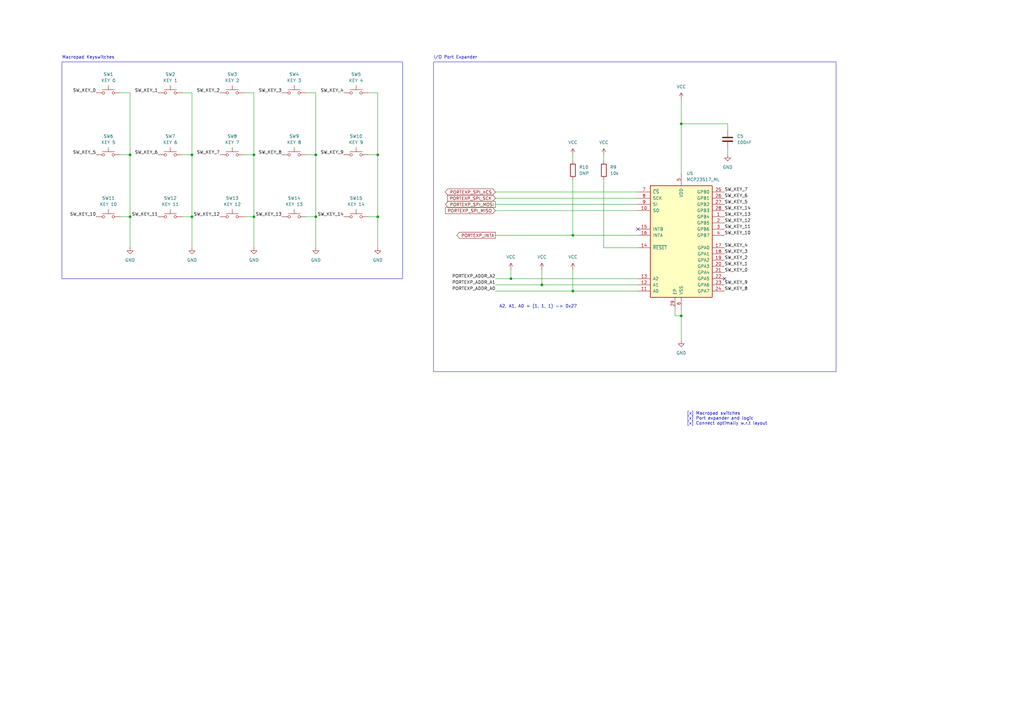
<source format=kicad_sch>
(kicad_sch (version 20250114) (generator "eeschema") (generator_version "9.0")
  (paper "A3")
  (lib_symbols
    (symbol "Device:C" (pin_numbers (hide yes)) (pin_names (offset 0.254))
      (property "Reference" "C" (at 0.635 2.54 0))
      (property "Value" "C" (at 0.635 -2.54 0))
      (symbol "C_0_1"
        (polyline (pts (xy -2.032 0.762) (xy 2.032 0.762)) (stroke (width 0.508)))
        (polyline (pts (xy -2.032 -0.762) (xy 2.032 -0.762)) (stroke (width 0.508)))
      )
      (symbol "C_1_1"
        (pin passive line (at 0 3.81 270) (length 2.794) (name "~") (number "1"))
        (pin passive line (at 0 -3.81 90) (length 2.794) (name "~") (number "2"))
      )
    )
    (symbol "Device:R" (pin_numbers (hide yes)) (pin_names (offset 0))
      (property "Reference" "R" (at 2.032 0 90))
      (property "Value" "R" (at 0 0 90))
      (symbol "R_0_1"
        (rectangle (start -1.016 -2.54) (end 1.016 2.54) (stroke (width 0.254)))
      )
      (symbol "R_1_1"
        (pin passive line (at 0 3.81 270) (length 1.27) (name "~") (number "1"))
        (pin passive line (at 0 -3.81 90) (length 1.27) (name "~") (number "2"))
      )
    )
    (symbol "Interface_Expansion:MCP23S17_ML" (pin_names (offset 1.016))
      (property "Reference" "U" (at -11.43 24.13 0))
      (property "Value" "MCP23S17_ML" (at 0 0 0))
      (symbol "MCP23S17_ML_0_1"
        (rectangle (start -12.7 22.86) (end 12.7 -22.86) (stroke (width 0.254)) (fill (type background)))
      )
      (symbol "MCP23S17_ML_1_1"
        (pin input line (at -17.78 20.32 0) (length 5.08) (name "~{CS}") (number "7"))
        (pin input line (at -17.78 17.78 0) (length 5.08) (name "SCK") (number "8"))
        (pin input line (at -17.78 15.24 0) (length 5.08) (name "SI") (number "9"))
        (pin output line (at -17.78 12.7 0) (length 5.08) (name "SO") (number "10"))
        (pin tri_state line (at -17.78 5.08 0) (length 5.08) (name "INTB") (number "15"))
        (pin tri_state line (at -17.78 2.54 0) (length 5.08) (name "INTA") (number "16"))
        (pin input line (at -17.78 -2.54 0) (length 5.08) (name "~{RESET}") (number "14"))
        (pin input line (at -17.78 -15.24 0) (length 5.08) (name "A2") (number "13"))
        (pin input line (at -17.78 -17.78 0) (length 5.08) (name "A1") (number "12"))
        (pin input line (at -17.78 -20.32 0) (length 5.08) (name "A0") (number "11"))
        (pin passive line (at -2.54 -27.94 90) (length 5.08) (name "EP") (number "29"))
        (pin power_in line (at 0 27.94 270) (length 5.08) (name "VDD") (number "5"))
        (pin power_in line (at 0 -27.94 90) (length 5.08) (name "VSS") (number "6"))
        (pin bidirectional line (at 17.78 20.32 180) (length 5.08) (name "GPB0") (number "25"))
        (pin bidirectional line (at 17.78 17.78 180) (length 5.08) (name "GPB1") (number "26"))
        (pin bidirectional line (at 17.78 15.24 180) (length 5.08) (name "GPB2") (number "27"))
        (pin bidirectional line (at 17.78 12.7 180) (length 5.08) (name "GPB3") (number "28"))
        (pin bidirectional line (at 17.78 10.16 180) (length 5.08) (name "GPB4") (number "1"))
        (pin bidirectional line (at 17.78 7.62 180) (length 5.08) (name "GPB5") (number "2"))
        (pin bidirectional line (at 17.78 5.08 180) (length 5.08) (name "GPB6") (number "3"))
        (pin bidirectional line (at 17.78 2.54 180) (length 5.08) (name "GPB7") (number "4"))
        (pin bidirectional line (at 17.78 -2.54 180) (length 5.08) (name "GPA0") (number "17"))
        (pin bidirectional line (at 17.78 -5.08 180) (length 5.08) (name "GPA1") (number "18"))
        (pin bidirectional line (at 17.78 -7.62 180) (length 5.08) (name "GPA2") (number "19"))
        (pin bidirectional line (at 17.78 -10.16 180) (length 5.08) (name "GPA3") (number "20"))
        (pin bidirectional line (at 17.78 -12.7 180) (length 5.08) (name "GPA4") (number "21"))
        (pin bidirectional line (at 17.78 -15.24 180) (length 5.08) (name "GPA5") (number "22"))
        (pin bidirectional line (at 17.78 -17.78 180) (length 5.08) (name "GPA6") (number "23"))
        (pin bidirectional line (at 17.78 -20.32 180) (length 5.08) (name "GPA7") (number "24"))
      )
    )
    (symbol "Switch:SW_Push" (pin_numbers (hide yes)) (pin_names (offset 1.016) (hide yes))
      (property "Reference" "SW" (at 1.27 2.54 0))
      (property "Value" "SW_Push" (at 0 -1.524 0))
      (symbol "SW_Push_0_1"
        (circle (center -2.032 0) (radius 0.508))
        (polyline (pts (xy 0 1.27) (xy 0 3.048)))
        (circle (center 2.032 0) (radius 0.508))
        (polyline (pts (xy 2.54 1.27) (xy -2.54 1.27)))
        (pin passive line (at -5.08 0 0) (length 2.54) (name "1") (number "1"))
        (pin passive line (at 5.08 0 180) (length 2.54) (name "2") (number "2"))
      )
    )
    (symbol "power:GND" (power) (pin_numbers (hide yes)) (pin_names (offset 0) (hide yes))
      (property "Value" "GND" (at 0 -3.81 0))
      (symbol "GND_0_1"
        (polyline (pts (xy 0 0) (xy 0 -1.27) (xy 1.27 -1.27) (xy 0 -2.54) (xy -1.27 -1.27) (xy 0 -1.27)))
      )
      (symbol "GND_1_1"
        (pin power_in line (at 0 0 270) (length 0) (name "~") (number "1"))
      )
    )
    (symbol "power:VCC" (power) (pin_numbers (hide yes)) (pin_names (offset 0) (hide yes))
      (property "Value" "VCC" (at 0 3.556 0))
      (symbol "VCC_0_1"
        (polyline (pts (xy -0.762 1.27) (xy 0 2.54)))
        (polyline (pts (xy 0 2.54) (xy 0.762 1.27)))
        (polyline (pts (xy 0 0) (xy 0 2.54)))
      )
      (symbol "VCC_1_1"
        (pin power_in line (at 0 0 90) (length 0) (name "~") (number "1"))
      )
    )
  )
  (rectangle (start 177.8 25.4) (end 342.9 152.4))
  (rectangle (start 25.4 25.4) (end 165.1 114.3))
  (text "Macropad Keyswitches" (at 25.4 22.86 0) (effects (font (size 1.27 1.27)) (justify left top)))
  (text "I/O Port Expander" (at 177.8 22.86 0) (effects (font (size 1.27 1.27)) (justify left top)))
  (text "A2, A1, A0 = (1, 1, 1) -> 0x27" (at 220.726 125.73 0) (effects (font (size 1.27 1.27))))
  (text "[x] Macropad switches \n[x] Port expander and logic\n[x] Connect optimally w.r.t layout" (at 281.686 168.91 0) (effects (font (size 1.27 1.27)) (justify left top)))
  (junction (at 53.34 63.5))
  (junction (at 222.25 116.84))
  (junction (at 154.94 88.9))
  (junction (at 234.95 119.38))
  (junction (at 234.95 96.52))
  (junction (at 129.54 88.9))
  (junction (at 53.34 88.9))
  (junction (at 209.55 114.3))
  (junction (at 104.14 63.5))
  (junction (at 279.4 129.54))
  (junction (at 154.94 63.5))
  (junction (at 279.4 50.8))
  (junction (at 129.54 63.5))
  (junction (at 104.14 88.9))
  (junction (at 78.74 63.5))
  (junction (at 78.74 88.9))
  (no_connect (at 261.62 93.98))
  (no_connect (at 297.18 114.3))
  (wire (pts (xy 209.55 114.3) (xy 261.62 114.3)))
  (wire (pts (xy 53.34 38.1) (xy 53.34 63.5)))
  (wire (pts (xy 276.86 127) (xy 276.86 129.54)))
  (wire (pts (xy 53.34 63.5) (xy 53.34 88.9)))
  (wire (pts (xy 125.73 63.5) (xy 129.54 63.5)))
  (wire (pts (xy 129.54 88.9) (xy 129.54 101.6)))
  (wire (pts (xy 49.53 38.1) (xy 53.34 38.1)))
  (wire (pts (xy 154.94 38.1) (xy 154.94 63.5)))
  (wire (pts (xy 125.73 88.9) (xy 129.54 88.9)))
  (wire (pts (xy 298.45 50.8) (xy 298.45 53.34)))
  (wire (pts (xy 78.74 88.9) (xy 78.74 101.6)))
  (wire (pts (xy 234.95 119.38) (xy 261.62 119.38)))
  (wire (pts (xy 151.13 88.9) (xy 154.94 88.9)))
  (wire (pts (xy 279.4 50.8) (xy 298.45 50.8)))
  (wire (pts (xy 279.4 129.54) (xy 279.4 139.7)))
  (wire (pts (xy 74.93 63.5) (xy 78.74 63.5)))
  (wire (pts (xy 78.74 38.1) (xy 78.74 63.5)))
  (wire (pts (xy 49.53 63.5) (xy 53.34 63.5)))
  (wire (pts (xy 203.2 116.84) (xy 222.25 116.84)))
  (wire (pts (xy 298.45 60.96) (xy 298.45 63.5)))
  (wire (pts (xy 276.86 129.54) (xy 279.4 129.54)))
  (wire (pts (xy 234.95 96.52) (xy 234.95 73.66)))
  (wire (pts (xy 154.94 63.5) (xy 154.94 88.9)))
  (wire (pts (xy 234.95 110.49) (xy 234.95 119.38)))
  (wire (pts (xy 234.95 96.52) (xy 261.62 96.52)))
  (wire (pts (xy 104.14 88.9) (xy 104.14 101.6)))
  (wire (pts (xy 279.4 40.64) (xy 279.4 50.8)))
  (wire (pts (xy 74.93 88.9) (xy 78.74 88.9)))
  (wire (pts (xy 104.14 38.1) (xy 104.14 63.5)))
  (wire (pts (xy 104.14 63.5) (xy 104.14 88.9)))
  (wire (pts (xy 203.2 119.38) (xy 234.95 119.38)))
  (wire (pts (xy 222.25 110.49) (xy 222.25 116.84)))
  (wire (pts (xy 222.25 116.84) (xy 261.62 116.84)))
  (wire (pts (xy 78.74 63.5) (xy 78.74 88.9)))
  (wire (pts (xy 279.4 127) (xy 279.4 129.54)))
  (wire (pts (xy 100.33 63.5) (xy 104.14 63.5)))
  (wire (pts (xy 100.33 38.1) (xy 104.14 38.1)))
  (wire (pts (xy 247.65 63.5) (xy 247.65 66.04)))
  (wire (pts (xy 154.94 88.9) (xy 154.94 101.6)))
  (wire (pts (xy 129.54 38.1) (xy 129.54 63.5)))
  (wire (pts (xy 209.55 110.49) (xy 209.55 114.3)))
  (wire (pts (xy 261.62 101.6) (xy 247.65 101.6)))
  (wire (pts (xy 151.13 63.5) (xy 154.94 63.5)))
  (wire (pts (xy 151.13 38.1) (xy 154.94 38.1)))
  (wire (pts (xy 125.73 38.1) (xy 129.54 38.1)))
  (wire (pts (xy 203.2 114.3) (xy 209.55 114.3)))
  (wire (pts (xy 234.95 63.5) (xy 234.95 66.04)))
  (wire (pts (xy 203.2 78.74) (xy 261.62 78.74)))
  (wire (pts (xy 203.2 81.28) (xy 261.62 81.28)))
  (wire (pts (xy 279.4 71.12) (xy 279.4 50.8)))
  (wire (pts (xy 49.53 88.9) (xy 53.34 88.9)))
  (wire (pts (xy 203.2 83.82) (xy 261.62 83.82)))
  (wire (pts (xy 247.65 101.6) (xy 247.65 73.66)))
  (wire (pts (xy 203.2 86.36) (xy 261.62 86.36)))
  (wire (pts (xy 203.2 96.52) (xy 234.95 96.52)))
  (wire (pts (xy 74.93 38.1) (xy 78.74 38.1)))
  (wire (pts (xy 129.54 63.5) (xy 129.54 88.9)))
  (wire (pts (xy 53.34 88.9) (xy 53.34 101.6)))
  (wire (pts (xy 100.33 88.9) (xy 104.14 88.9)))
  (label "SW_KEY_7" (at 297.18 78.74 0))
  (label "SW_KEY_12" (at 90.17 88.9 180))
  (label "SW_KEY_5" (at 297.18 83.82 0))
  (label "SW_KEY_4" (at 140.97 38.1 180))
  (label "SW_KEY_6" (at 64.77 63.5 180))
  (label "SW_KEY_2" (at 90.17 38.1 180))
  (label "SW_KEY_12" (at 297.18 91.44 0))
  (label "SW_KEY_14" (at 297.18 86.36 0))
  (label "SW_KEY_9" (at 297.18 116.84 0))
  (label "SW_KEY_3" (at 115.57 38.1 180))
  (label "SW_KEY_1" (at 297.18 109.22 0))
  (label "SW_KEY_8" (at 297.18 119.38 0))
  (label "SW_KEY_7" (at 90.17 63.5 180))
  (label "SW_KEY_5" (at 39.37 63.5 180))
  (label "SW_KEY_6" (at 297.18 81.28 0))
  (label "SW_KEY_1" (at 64.77 38.1 180))
  (label "SW_KEY_10" (at 39.37 88.9 180))
  (label "SW_KEY_13" (at 115.57 88.9 180))
  (label "PORTEXP_ADDR_A1" (at 203.2 116.84 180))
  (label "SW_KEY_9" (at 140.97 63.5 180))
  (label "SW_KEY_13" (at 297.18 88.9 0))
  (label "SW_KEY_0" (at 297.18 111.76 0))
  (label "SW_KEY_3" (at 297.18 104.14 0))
  (label "SW_KEY_10" (at 297.18 96.52 0))
  (label "SW_KEY_4" (at 297.18 101.6 0))
  (label "SW_KEY_14" (at 140.97 88.9 180))
  (label "SW_KEY_8" (at 115.57 63.5 180))
  (label "SW_KEY_11" (at 64.77 88.9 180))
  (label "SW_KEY_11" (at 297.18 93.98 0))
  (label "SW_KEY_0" (at 39.37 38.1 180))
  (label "SW_KEY_2" (at 297.18 106.68 0))
  (label "PORTEXP_ADDR_A2" (at 203.2 114.3 180))
  (label "PORTEXP_ADDR_A0" (at 203.2 119.38 180))
  (global_label "PORTEXP_SPI_nCS" (shape bidirectional) (at 203.2 78.74 180) (property "Intersheetrefs" "${INTERSHEET_REFS}" (effects (hide yes))))
  (global_label "PORTEXP_SPI_SCK" (shape input) (at 203.2 81.28 180) (property "Intersheetrefs" "${INTERSHEET_REFS}" (effects (hide yes))))
  (global_label "PORTEXP_SPI_MOSI" (shape output) (at 203.2 83.82 180) (property "Intersheetrefs" "${INTERSHEET_REFS}" (effects (hide yes))))
  (global_label "PORTEXP_INTA" (shape output) (at 203.2 96.52 180) (property "Intersheetrefs" "${INTERSHEET_REFS}" (effects (hide yes))))
  (global_label "PORTEXP_SPI_MISO" (shape input) (at 203.2 86.36 180) (property "Intersheetrefs" "${INTERSHEET_REFS}" (effects (hide yes))))
  (symbol (lib_id "power:GND") (at 154.94 101.6 0) (unit 1)
    (property "Reference" "#PWR033" (effects (hide yes)))
    (property "Value" "GND" (at 154.94 106.68 0))
    (property "Description" "Power symbol creates a global label with name \"GND\" , ground" (effects (hide yes)))
  )
  (symbol (lib_id "power:GND") (at 279.4 139.7 0) (unit 1)
    (property "Reference" "#PWR025" (effects (hide yes)))
    (property "Value" "GND" (at 279.4 144.78 0))
    (property "Description" "Power symbol creates a global label with name \"GND\" , ground" (effects (hide yes)))
  )
  (symbol (lib_id "Device:C") (at 298.45 57.15 0) (unit 1)
    (property "Reference" "C5" (at 302.26 55.8799 0) (effects (justify left)))
    (property "Value" "100nF" (at 302.26 58.4199 0) (effects (justify left)))
    (property "Footprint" "Capacitor_SMD:C_0402_1005Metric" (effects (hide yes)))
    (property "Description" "Unpolarized capacitor" (effects (hide yes)))
  )
  (symbol (lib_id "power:VCC") (at 222.25 110.49 0) (unit 1)
    (property "Reference" "#PWR027" (effects (hide yes)))
    (property "Value" "VCC" (at 222.25 105.41 0))
    (property "Description" "Power symbol creates a global label with name \"VCC\"" (effects (hide yes)))
  )
  (symbol (lib_id "Switch:SW_Push") (at 44.45 38.1 0) (unit 1)
    (property "Reference" "SW1" (at 44.45 30.48 0))
    (property "Value" "KEY 0" (at 44.45 33.02 0))
    (property "Footprint" "PCM_Switch_Keyboard_Kailh:SW_Kailh_Choc_V2_1.00u" (effects (hide yes)))
    (property "Description" "Kailh Choc V2" (effects (hide yes)))
  )
  (symbol (lib_id "Switch:SW_Push") (at 120.65 38.1 0) (unit 1)
    (property "Reference" "SW4" (at 120.65 30.48 0))
    (property "Value" "KEY 3" (at 120.65 33.02 0))
    (property "Footprint" "PCM_Switch_Keyboard_Kailh:SW_Kailh_Choc_V2_1.00u" (effects (hide yes)))
    (property "Description" "Kailh Choc V2" (effects (hide yes)))
  )
  (symbol (lib_id "power:VCC") (at 247.65 63.5 0) (unit 1)
    (property "Reference" "#PWR023" (effects (hide yes)))
    (property "Value" "VCC" (at 247.65 58.42 0))
    (property "Description" "Power symbol creates a global label with name \"VCC\"" (effects (hide yes)))
  )
  (symbol (lib_id "power:GND") (at 53.34 101.6 0) (unit 1)
    (property "Reference" "#PWR029" (effects (hide yes)))
    (property "Value" "GND" (at 53.34 106.68 0))
    (property "Description" "Power symbol creates a global label with name \"GND\" , ground" (effects (hide yes)))
  )
  (symbol (lib_id "power:GND") (at 298.45 63.5 0) (unit 1)
    (property "Reference" "#PWR019" (effects (hide yes)))
    (property "Value" "GND" (at 298.45 68.58 0))
    (property "Description" "Power symbol creates a global label with name \"GND\" , ground" (effects (hide yes)))
  )
  (symbol (lib_id "Interface_Expansion:MCP23S17_ML") (at 279.4 99.06 0) (unit 1)
    (property "Reference" "U5" (at 281.5433 71.12 0) (effects (justify left)))
    (property "Value" "MCP23S17_ML" (at 281.5433 73.66 0) (effects (justify left)))
    (property "Footprint" "Package_DFN_QFN:QFN-28-1EP_6x6mm_P0.65mm_EP4.25x4.25mm" (effects (hide yes)))
    (property "Datasheet" "http://ww1.microchip.com/downloads/en/DeviceDoc/20001952C.pdf" (effects (hide yes)))
    (property "Description" "16-bit I/O expander, SPI, interrupts, w pull-ups, QFN-28" (effects (hide yes)))
  )
  (symbol (lib_id "Switch:SW_Push") (at 146.05 63.5 0) (unit 1)
    (property "Reference" "SW10" (at 146.05 55.88 0))
    (property "Value" "KEY 9" (at 146.05 58.42 0))
    (property "Footprint" "PCM_Switch_Keyboard_Kailh:SW_Kailh_Choc_V2_1.00u" (effects (hide yes)))
    (property "Description" "Kailh Choc V2" (effects (hide yes)))
  )
  (symbol (lib_id "power:GND") (at 129.54 101.6 0) (unit 1)
    (property "Reference" "#PWR032" (effects (hide yes)))
    (property "Value" "GND" (at 129.54 106.68 0))
    (property "Description" "Power symbol creates a global label with name \"GND\" , ground" (effects (hide yes)))
  )
  (symbol (lib_id "Switch:SW_Push") (at 120.65 63.5 0) (unit 1)
    (property "Reference" "SW9" (at 120.65 55.88 0))
    (property "Value" "KEY 8" (at 120.65 58.42 0))
    (property "Footprint" "PCM_Switch_Keyboard_Kailh:SW_Kailh_Choc_V2_1.00u" (effects (hide yes)))
    (property "Description" "Kailh Choc V2" (effects (hide yes)))
  )
  (symbol (lib_id "Switch:SW_Push") (at 95.25 63.5 0) (unit 1)
    (property "Reference" "SW8" (at 95.25 55.88 0))
    (property "Value" "KEY 7" (at 95.25 58.42 0))
    (property "Footprint" "PCM_Switch_Keyboard_Kailh:SW_Kailh_Choc_V2_1.00u" (effects (hide yes)))
    (property "Description" "Kailh Choc V2" (effects (hide yes)))
  )
  (symbol (lib_id "power:GND") (at 78.74 101.6 0) (unit 1)
    (property "Reference" "#PWR030" (effects (hide yes)))
    (property "Value" "GND" (at 78.74 106.68 0))
    (property "Description" "Power symbol creates a global label with name \"GND\" , ground" (effects (hide yes)))
  )
  (symbol (lib_id "Switch:SW_Push") (at 120.65 88.9 0) (unit 1)
    (property "Reference" "SW14" (at 120.65 81.28 0))
    (property "Value" "KEY 13" (at 120.65 83.82 0))
    (property "Footprint" "PCM_Switch_Keyboard_Kailh:SW_Kailh_Choc_V2_1.00u" (effects (hide yes)))
    (property "Description" "Kailh Choc V2" (effects (hide yes)))
  )
  (symbol (lib_id "Switch:SW_Push") (at 69.85 63.5 0) (unit 1)
    (property "Reference" "SW7" (at 69.85 55.88 0))
    (property "Value" "KEY 6" (at 69.85 58.42 0))
    (property "Footprint" "PCM_Switch_Keyboard_Kailh:SW_Kailh_Choc_V2_1.00u" (effects (hide yes)))
    (property "Description" "Kailh Choc V2" (effects (hide yes)))
  )
  (symbol (lib_id "power:VCC") (at 234.95 63.5 0) (unit 1)
    (property "Reference" "#PWR024" (effects (hide yes)))
    (property "Value" "VCC" (at 234.95 58.42 0))
    (property "Description" "Power symbol creates a global label with name \"VCC\"" (effects (hide yes)))
  )
  (symbol (lib_id "Switch:SW_Push") (at 95.25 38.1 0) (unit 1)
    (property "Reference" "SW3" (at 95.25 30.48 0))
    (property "Value" "KEY 2" (at 95.25 33.02 0))
    (property "Footprint" "PCM_Switch_Keyboard_Kailh:SW_Kailh_Choc_V2_1.00u" (effects (hide yes)))
    (property "Description" "Kailh Choc V2" (effects (hide yes)))
  )
  (symbol (lib_id "power:VCC") (at 234.95 110.49 0) (unit 1)
    (property "Reference" "#PWR028" (effects (hide yes)))
    (property "Value" "VCC" (at 234.95 105.41 0))
    (property "Description" "Power symbol creates a global label with name \"VCC\"" (effects (hide yes)))
  )
  (symbol (lib_id "Device:R") (at 234.95 69.85 0) (unit 1)
    (property "Reference" "R10" (at 237.49 68.5799 0) (effects (justify left)))
    (property "Value" "DNP" (at 237.49 71.1199 0) (effects (justify left)))
    (property "Footprint" "Resistor_SMD:R_0402_1005Metric" (effects (hide yes)))
    (property "Description" "Resistor" (effects (hide yes)))
  )
  (symbol (lib_id "Switch:SW_Push") (at 95.25 88.9 0) (unit 1)
    (property "Reference" "SW13" (at 95.25 81.28 0))
    (property "Value" "KEY 12" (at 95.25 83.82 0))
    (property "Footprint" "PCM_Switch_Keyboard_Kailh:SW_Kailh_Choc_V2_1.00u" (effects (hide yes)))
    (property "Description" "Kailh Choc V2" (effects (hide yes)))
  )
  (symbol (lib_id "Switch:SW_Push") (at 44.45 63.5 0) (unit 1)
    (property "Reference" "SW6" (at 44.45 55.88 0))
    (property "Value" "KEY 5" (at 44.45 58.42 0))
    (property "Footprint" "PCM_Switch_Keyboard_Kailh:SW_Kailh_Choc_V2_1.00u" (effects (hide yes)))
    (property "Description" "Kailh Choc V2" (effects (hide yes)))
  )
  (symbol (lib_id "power:VCC") (at 279.4 40.64 0) (unit 1)
    (property "Reference" "#PWR020" (effects (hide yes)))
    (property "Value" "VCC" (at 279.4 35.56 0))
    (property "Description" "Power symbol creates a global label with name \"VCC\"" (effects (hide yes)))
  )
  (symbol (lib_id "Device:R") (at 247.65 69.85 0) (unit 1)
    (property "Reference" "R9" (at 250.19 68.5799 0) (effects (justify left)))
    (property "Value" "10k" (at 250.19 71.1199 0) (effects (justify left)))
    (property "Footprint" "Resistor_SMD:R_0402_1005Metric" (effects (hide yes)))
    (property "Description" "Resistor" (effects (hide yes)))
  )
  (symbol (lib_id "Switch:SW_Push") (at 146.05 38.1 0) (unit 1)
    (property "Reference" "SW5" (at 146.05 30.48 0))
    (property "Value" "KEY 4" (at 146.05 33.02 0))
    (property "Footprint" "PCM_Switch_Keyboard_Kailh:SW_Kailh_Choc_V2_1.00u" (effects (hide yes)))
    (property "Description" "Kailh Choc V2" (effects (hide yes)))
  )
  (symbol (lib_id "power:VCC") (at 209.55 110.49 0) (unit 1)
    (property "Reference" "#PWR026" (effects (hide yes)))
    (property "Value" "VCC" (at 209.55 105.41 0))
    (property "Description" "Power symbol creates a global label with name \"VCC\"" (effects (hide yes)))
  )
  (symbol (lib_id "Switch:SW_Push") (at 69.85 88.9 0) (unit 1)
    (property "Reference" "SW12" (at 69.85 81.28 0))
    (property "Value" "KEY 11" (at 69.85 83.82 0))
    (property "Footprint" "PCM_Switch_Keyboard_Kailh:SW_Kailh_Choc_V2_1.00u" (effects (hide yes)))
    (property "Description" "Kailh Choc V2" (effects (hide yes)))
  )
  (symbol (lib_id "Switch:SW_Push") (at 146.05 88.9 0) (unit 1)
    (property "Reference" "SW15" (at 146.05 81.28 0))
    (property "Value" "KEY 14" (at 146.05 83.82 0))
    (property "Footprint" "PCM_Switch_Keyboard_Kailh:SW_Kailh_Choc_V2_1.00u" (effects (hide yes)))
    (property "Description" "Kailh Choc V2" (effects (hide yes)))
  )
  (symbol (lib_id "Switch:SW_Push") (at 44.45 88.9 0) (unit 1)
    (property "Reference" "SW11" (at 44.45 81.28 0))
    (property "Value" "KEY 10" (at 44.45 83.82 0))
    (property "Footprint" "PCM_Switch_Keyboard_Kailh:SW_Kailh_Choc_V2_1.00u" (effects (hide yes)))
    (property "Description" "Kailh Choc V2" (effects (hide yes)))
  )
  (symbol (lib_id "Switch:SW_Push") (at 69.85 38.1 0) (unit 1)
    (property "Reference" "SW2" (at 69.85 30.48 0))
    (property "Value" "KEY 1" (at 69.85 33.02 0))
    (property "Footprint" "PCM_Switch_Keyboard_Kailh:SW_Kailh_Choc_V2_1.00u" (effects (hide yes)))
    (property "Description" "Kailh Choc V2" (effects (hide yes)))
  )
  (symbol (lib_id "power:GND") (at 104.14 101.6 0) (unit 1)
    (property "Reference" "#PWR031" (effects (hide yes)))
    (property "Value" "GND" (at 104.14 106.68 0))
    (property "Description" "Power symbol creates a global label with name \"GND\" , ground" (effects (hide yes)))
  )
)
</source>
